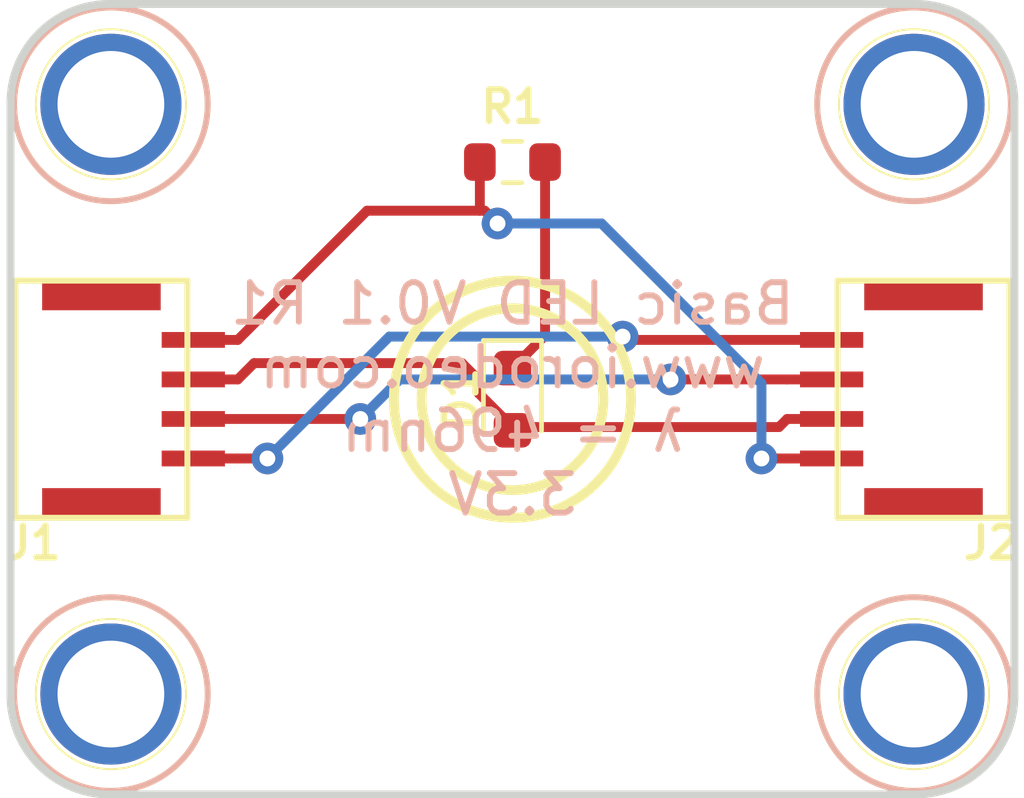
<source format=kicad_pcb>
(kicad_pcb (version 20221018) (generator pcbnew)
  (layers (0 "F.Cu" signal) (31 "B.Cu" signal) (34 "B.Paste" user) (35 "F.Paste" user) (36 "B.SilkS" user "B.Silkscreen") (37 "F.SilkS" user "F.Silkscreen") (38 "B.Mask" user) (39 "F.Mask" user) (44 "Edge.Cuts" user))
  (net 0 "")
  (net 1 "GND")
  (net 2 "Net-(D1-Pad1)")
  (net 3 "/3V3")
  (net 4 "/SCL")
  (net 5 "/SDA")
  (footprint "custom_mount_hole:MountingHole_2.5mm_Pad" (layer "F.Cu") (at 52.54 52.54)
    (fp_text reference "M1" hide)
    (fp_text value "MountingHole_2.5mm_Pad" hide)
    (fp_circle (center 0 0) (end 2.45 0) (stroke (width 0.15)) (fill none) (layer "B.SilkS"))
    (fp_circle (center 0 0) (end 1.9 0) (stroke (width 0.05)) (fill none) (layer "F.SilkS"))
    (fp_circle (center 0 0) (end 2.45 0) (stroke (width 0.15)) (fill none) (layer "F.SilkS"))
    (pad "~" thru_hole circle (at 0 0) (size 3.57 3.57) (drill 2.7) (layers "*.Cu" "*.Mask"))
  )
  (footprint "custom_mount_hole:MountingHole_2.5mm_Pad" (layer "F.Cu") (at 72.86 52.54)
    (fp_text reference "M2" hide)
    (fp_text value "MountingHole_2.5mm_Pad" hide)
    (fp_circle (center 0 0) (end 2.45 0) (stroke (width 0.15)) (fill none) (layer "B.SilkS"))
    (fp_circle (center 0 0) (end 1.9 0) (stroke (width 0.05)) (fill none) (layer "F.SilkS"))
    (fp_circle (center 0 0) (end 2.45 0) (stroke (width 0.15)) (fill none) (layer "F.SilkS"))
    (pad "~" thru_hole circle (at 0 0) (size 3.57 3.57) (drill 2.7) (layers "*.Cu" "*.Mask"))
  )
  (footprint "custom_mount_hole:MountingHole_2.5mm_Pad" (layer "F.Cu") (at 72.86 67.46)
    (fp_text reference "M3" hide)
    (fp_text value "MountingHole_2.5mm_Pad" hide)
    (fp_circle (center 0 0) (end 2.45 0) (stroke (width 0.15)) (fill none) (layer "B.SilkS"))
    (fp_circle (center 0 0) (end 1.9 0) (stroke (width 0.05)) (fill none) (layer "F.SilkS"))
    (fp_circle (center 0 0) (end 2.45 0) (stroke (width 0.15)) (fill none) (layer "F.SilkS"))
    (pad "~" thru_hole circle (at 0 0) (size 3.57 3.57) (drill 2.7) (layers "*.Cu" "*.Mask"))
  )
  (footprint "custom_mount_hole:MountingHole_2.5mm_Pad" (layer "F.Cu") (at 52.54 67.46)
    (fp_text reference "M4" hide)
    (fp_text value "MountingHole_2.5mm_Pad" hide)
    (fp_circle (center 0 0) (end 2.45 0) (stroke (width 0.15)) (fill none) (layer "B.SilkS"))
    (fp_circle (center 0 0) (end 1.9 0) (stroke (width 0.05)) (fill none) (layer "F.SilkS"))
    (fp_circle (center 0 0) (end 2.45 0) (stroke (width 0.15)) (fill none) (layer "F.SilkS"))
    (pad "~" thru_hole circle (at 0 0) (size 3.57 3.57) (drill 2.7) (layers "*.Cu" "*.Mask"))
  )
  (footprint "LED_SMD:LED_0603_1608Metric" (layer "F.Cu") (at 62.7 60 -90)
    (fp_text reference "D1" (at 0 1.3 270) (layer "F.SilkS") (effects (font (size 0.8 0.8) (thickness 0.16))))
    (fp_text value "LED_ALT" hide)
    (fp_line (start -1.485 -0.735) (end -1.485 0.735) (stroke (width 0.12)) (layer "F.SilkS"))
    (fp_line (start -1.485 0.735) (end 0.8 0.735) (stroke (width 0.12)) (layer "F.SilkS"))
    (fp_line (start 0.8 -0.735) (end -1.485 -0.735) (stroke (width 0.12)) (layer "F.SilkS"))
    (pad "1" smd roundrect (at -0.7875 0 270) (size 0.875 0.95) (layers "F.Cu" "F.Paste" "F.Mask") (net 2 "Net-(D1-Pad1)"))
    (pad "2" smd roundrect (at 0.7875 0 270) (size 0.875 0.95) (layers "F.Cu" "F.Paste" "F.Mask") (net 3 "/3V3"))
  )
  (footprint "BOOMELE_SH_SMD:BOOMELE_SMD_SH_4PIN_RT" (layer "F.Cu") (at 52.78 60 90)
    (fp_text reference "J1" (at -3.64 -2.2 180) (layer "F.SilkS") (effects (font (size 0.8 0.8) (thickness 0.16))))
    (fp_text value "Conn_01x04" hide)
    (fp_line (start -3 1.695) (end -3 -2.655) (stroke (width 0.15)) (layer "F.SilkS"))
    (fp_line (start 0 -2.655) (end -3 -2.655) (stroke (width 0.15)) (layer "F.SilkS"))
    (fp_line (start 3 -2.655) (end 0 -2.655) (stroke (width 0.15)) (layer "F.SilkS"))
    (fp_line (start 3 -2.655) (end 3 1.695) (stroke (width 0.15)) (layer "F.SilkS"))
    (fp_line (start 3 1.695) (end -3 1.695) (stroke (width 0.15)) (layer "F.SilkS"))
    (pad "" smd rect (at -2.65 -0.48 270) (size 0.8 3) (layers "F.Cu" "F.Paste" "F.Mask"))
    (pad "" smd rect (at 2.65 -0.48 270) (size 0.8 3) (layers "F.Cu" "F.Paste" "F.Mask"))
    (pad "1" smd rect (at 1.5 1.845 270) (size 0.4 1.6) (layers "F.Cu" "F.Paste" "F.Mask") (net 1 "GND"))
    (pad "2" smd rect (at 0.5 1.845 270) (size 0.4 1.6) (layers "F.Cu" "F.Paste" "F.Mask") (net 3 "/3V3"))
    (pad "3" smd rect (at -0.5 1.845 270) (size 0.4 1.6) (layers "F.Cu" "F.Paste" "F.Mask") (net 5 "/SDA"))
    (pad "4" smd rect (at -1.5 1.845 270) (size 0.4 1.6) (layers "F.Cu" "F.Paste" "F.Mask") (net 4 "/SCL"))
  )
  (footprint "BOOMELE_SH_SMD:BOOMELE_SMD_SH_4PIN_RT" (layer "F.Cu") (at 72.62 60 -90)
    (fp_text reference "J2" (at 3.64 -2.2 180) (layer "F.SilkS") (effects (font (size 0.8 0.8) (thickness 0.16))))
    (fp_text value "Conn_01x04" hide)
    (fp_line (start -3 1.695) (end -3 -2.655) (stroke (width 0.15)) (layer "F.SilkS"))
    (fp_line (start 0 -2.655) (end -3 -2.655) (stroke (width 0.15)) (layer "F.SilkS"))
    (fp_line (start 3 -2.655) (end 0 -2.655) (stroke (width 0.15)) (layer "F.SilkS"))
    (fp_line (start 3 -2.655) (end 3 1.695) (stroke (width 0.15)) (layer "F.SilkS"))
    (fp_line (start 3 1.695) (end -3 1.695) (stroke (width 0.15)) (layer "F.SilkS"))
    (pad "" smd rect (at -2.65 -0.48 90) (size 0.8 3) (layers "F.Cu" "F.Paste" "F.Mask"))
    (pad "" smd rect (at 2.65 -0.48 90) (size 0.8 3) (layers "F.Cu" "F.Paste" "F.Mask"))
    (pad "1" smd rect (at 1.5 1.845 90) (size 0.4 1.6) (layers "F.Cu" "F.Paste" "F.Mask") (net 1 "GND"))
    (pad "2" smd rect (at 0.5 1.845 90) (size 0.4 1.6) (layers "F.Cu" "F.Paste" "F.Mask") (net 3 "/3V3"))
    (pad "3" smd rect (at -0.5 1.845 90) (size 0.4 1.6) (layers "F.Cu" "F.Paste" "F.Mask") (net 5 "/SDA"))
    (pad "4" smd rect (at -1.5 1.845 90) (size 0.4 1.6) (layers "F.Cu" "F.Paste" "F.Mask") (net 4 "/SCL"))
  )
  (footprint "Resistor_SMD:R_0603_1608Metric" (layer "F.Cu") (at 62.7 54 180)
    (fp_text reference "R1" (at 0 1.4) (layer "F.SilkS") (effects (font (size 0.8 0.8) (thickness 0.16))))
    (fp_text value "22")
    (fp_line (start -0.237258 -0.5225) (end 0.237258 -0.5225) (stroke (width 0.12)) (layer "F.SilkS"))
    (fp_line (start -0.237258 0.5225) (end 0.237258 0.5225) (stroke (width 0.12)) (layer "F.SilkS"))
    (pad "1" smd roundrect (at -0.825 0 180) (size 0.8 0.95) (layers "F.Cu" "F.Paste" "F.Mask") (net 2 "Net-(D1-Pad1)"))
    (pad "2" smd roundrect (at 0.825 0 180) (size 0.8 0.95) (layers "F.Cu" "F.Paste" "F.Mask") (net 1 "GND"))
  )
  (gr_circle (center 62.7 60) (end 65 60) (stroke (width 0.25)) (fill none) (layer "F.SilkS"))
  (gr_circle (center 62.7 60) (end 65.7 60) (stroke (width 0.25)) (fill none) (layer "F.SilkS"))
  (gr_arc (start 72.9 50) (mid 74.667767 50.732233) (end 75.4 52.5) (stroke (width 0.2)) (layer "Edge.Cuts"))
  (gr_arc (start 52.5 70) (mid 50.732233 69.267767) (end 50 67.5) (stroke (width 0.2)) (layer "Edge.Cuts"))
  (gr_line (start 52.5 50) (end 72.9 50) (stroke (width 0.2)) (layer "Edge.Cuts"))
  (gr_arc (start 50 52.5) (mid 50.732233 50.732233) (end 52.5 50) (stroke (width 0.2)) (layer "Edge.Cuts"))
  (gr_arc (start 75.4 67.5) (mid 74.667767 69.267767) (end 72.9 70) (stroke (width 0.2)) (layer "Edge.Cuts"))
  (gr_line (start 50 52.5) (end 50 67.5) (stroke (width 0.2)) (layer "Edge.Cuts"))
  (gr_line (start 52.5 70) (end 72.9 70) (stroke (width 0.2)) (layer "Edge.Cuts"))
  (gr_line (start 75.4 52.5) (end 75.4 67.5) (stroke (width 0.2)) (layer "Edge.Cuts"))
  (gr_text "Basic LED V0.1 R1\nwww.iorodeo.com\nλ = 496nm\n3.3V" (at 62.7 60) (layer "B.SilkS") (effects (font (size 1 1)) (justify mirror)))
  (segment (start 61.9995 55.2314) (end 61.875 55.2314) (width 0.25) (layer "F.Cu") (net 1))
  (segment (start 61.875 55.2314) (end 59.0189 55.2314) (width 0.25) (layer "F.Cu") (net 1))
  (segment (start 54.625 58.5) (end 55.7503 58.5) (width 0.25) (layer "F.Cu") (net 1))
  (segment (start 59.0189 55.2314) (end 55.7503 58.5) (width 0.25) (layer "F.Cu") (net 1))
  (segment (start 62.3226 55.5545) (end 61.9995 55.2314) (width 0.25) (layer "F.Cu") (net 1))
  (segment (start 70.775 61.5) (end 69.6497 61.5) (width 0.25) (layer "F.Cu") (net 1))
  (segment (start 69.6497 61.5) (end 69 61.5) (width 0.25) (layer "F.Cu") (net 1))
  (segment (start 61.875 55.2314) (end 61.875 54) (width 0.25) (layer "F.Cu") (net 1))
  (via (at 69 61.5) (size 0.8) (drill 0.4) (layers "F.Cu" "B.Cu") (net 1))
  (via (at 62.3226 55.5545) (size 0.8) (drill 0.4) (layers "F.Cu" "B.Cu") (net 1))
  (segment (start 64.9545 55.5545) (end 63.8275 55.5545) (width 0.25) (layer "B.Cu") (net 1))
  (segment (start 63.8275 55.5545) (end 62.3226 55.5545) (width 0.25) (layer "B.Cu") (net 1))
  (segment (start 69 61.5) (end 69 59.6) (width 0.25) (layer "B.Cu") (net 1))
  (segment (start 69 59.6) (end 64.9545 55.5545) (width 0.25) (layer "B.Cu") (net 1))
  (segment (start 63.525 54) (end 63.525 58.3875) (width 0.25) (layer "F.Cu") (net 2))
  (segment (start 63.525 58.3875) (end 62.7 59.2125) (width 0.25) (layer "F.Cu") (net 2))
  (segment (start 61.8463 59.5119) (end 61.4215 59.0871) (width 0.25) (layer "F.Cu") (net 3))
  (segment (start 62.7 60.7875) (end 62.7 60.7047) (width 0.25) (layer "F.Cu") (net 3))
  (segment (start 56.1632 59.0871) (end 55.7503 59.5) (width 0.25) (layer "F.Cu") (net 3))
  (segment (start 54.625 59.5) (end 55.7503 59.5) (width 0.25) (layer "F.Cu") (net 3))
  (segment (start 61.8463 59.851) (end 61.8463 59.5119) (width 0.25) (layer "F.Cu") (net 3))
  (segment (start 62.7 60.7047) (end 69.445 60.7047) (width 0.25) (layer "F.Cu") (net 3))
  (segment (start 62.7 60.7047) (end 61.8463 59.851) (width 0.25) (layer "F.Cu") (net 3))
  (segment (start 69.445 60.7047) (end 69.6497 60.5) (width 0.25) (layer "F.Cu") (net 3))
  (segment (start 70.775 60.5) (end 69.6497 60.5) (width 0.25) (layer "F.Cu") (net 3))
  (segment (start 61.4215 59.0871) (end 56.1632 59.0871) (width 0.25) (layer "F.Cu") (net 3))
  (segment (start 55.7503 61.5) (end 56.5 61.5) (width 0.25) (layer "F.Cu") (net 4))
  (segment (start 65.5706 58.5) (end 65.4872 58.4166) (width 0.25) (layer "F.Cu") (net 4))
  (segment (start 70.775 58.5) (end 65.5706 58.5) (width 0.25) (layer "F.Cu") (net 4))
  (segment (start 54.625 61.5) (end 55.7503 61.5) (width 0.25) (layer "F.Cu") (net 4))
  (via (at 65.4872 58.4166) (size 0.8) (drill 0.4) (layers "F.Cu" "B.Cu") (net 4))
  (via (at 56.5 61.5) (size 0.8) (drill 0.4) (layers "F.Cu" "B.Cu") (net 4))
  (segment (start 59.5834 58.4166) (end 59.5 58.5) (width 0.25) (layer "B.Cu") (net 4))
  (segment (start 65.4872 58.4166) (end 59.5834 58.4166) (width 0.25) (layer "B.Cu") (net 4))
  (segment (start 59.5 58.5) (end 56.5 61.5) (width 0.25) (layer "B.Cu") (net 4))
  (segment (start 54.625 60.5) (end 58.85 60.5) (width 0.25) (layer "F.Cu") (net 5))
  (segment (start 70.775 59.5) (end 69.6497 59.5) (width 0.25) (layer "F.Cu") (net 5))
  (segment (start 69.6497 59.5) (end 66.7 59.5) (width 0.25) (layer "F.Cu") (net 5))
  (via (at 66.7 59.5) (size 0.8) (drill 0.4) (layers "F.Cu" "B.Cu") (net 5))
  (via (at 58.85 60.5) (size 0.8) (drill 0.4) (layers "F.Cu" "B.Cu") (net 5))
  (segment (start 66.7 59.5) (end 59.85 59.5) (width 0.25) (layer "B.Cu") (net 5))
  (segment (start 58.85 60.5) (end 59.85 59.5) (width 0.25) (layer "B.Cu") (net 5))
)
</source>
